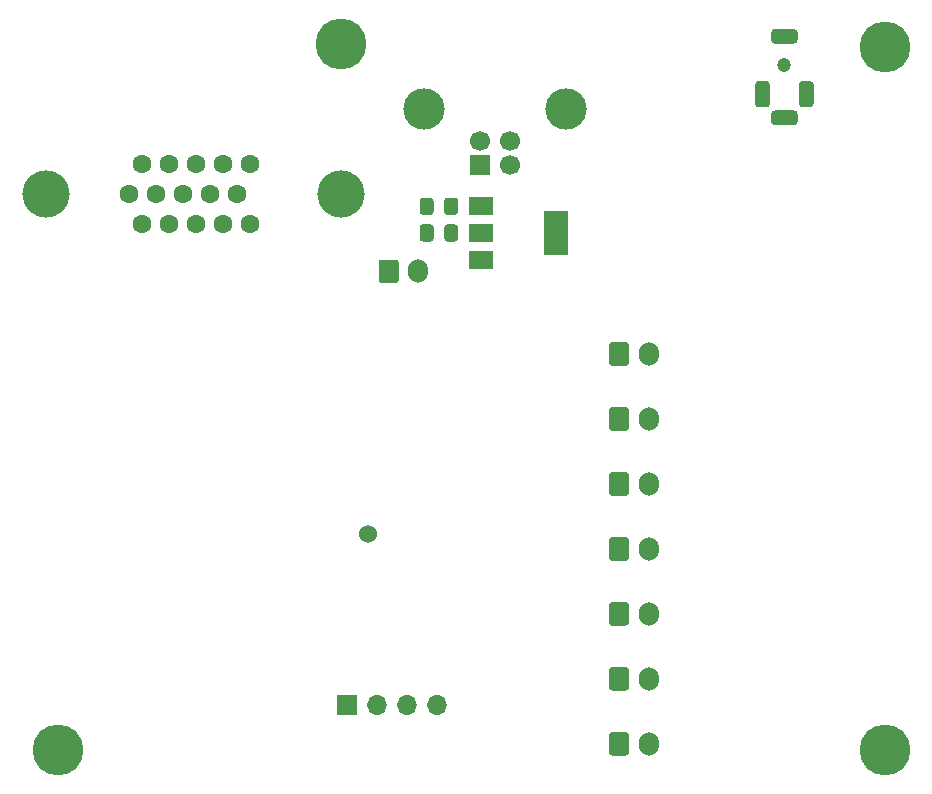
<source format=gbr>
%TF.GenerationSoftware,KiCad,Pcbnew,(5.1.9)-1*%
%TF.CreationDate,2021-08-09T23:15:38-02:30*%
%TF.ProjectId,Electris,456c6563-7472-4697-932e-6b696361645f,A*%
%TF.SameCoordinates,Original*%
%TF.FileFunction,Soldermask,Bot*%
%TF.FilePolarity,Negative*%
%FSLAX46Y46*%
G04 Gerber Fmt 4.6, Leading zero omitted, Abs format (unit mm)*
G04 Created by KiCad (PCBNEW (5.1.9)-1) date 2021-08-09 23:15:38*
%MOMM*%
%LPD*%
G01*
G04 APERTURE LIST*
%ADD10C,4.300000*%
%ADD11R,1.700000X1.700000*%
%ADD12C,1.700000*%
%ADD13C,3.500000*%
%ADD14O,1.700000X1.700000*%
%ADD15C,1.200000*%
%ADD16C,4.000000*%
%ADD17C,1.600000*%
%ADD18O,1.700000X2.000000*%
%ADD19R,2.000000X3.800000*%
%ADD20R,2.000000X1.500000*%
%ADD21C,1.524000*%
G04 APERTURE END LIST*
D10*
%TO.C,REF\u002A\u002A*%
X230000000Y-94000000D03*
%TD*%
%TO.C,REF\u002A\u002A*%
X184000000Y-34250000D03*
%TD*%
%TO.C,REF\u002A\u002A*%
X160000000Y-94000000D03*
%TD*%
%TO.C,REF\u002A\u002A*%
X230000000Y-34500000D03*
%TD*%
%TO.C,C6*%
G36*
G01*
X191800000Y-47525000D02*
X191800000Y-48475000D01*
G75*
G02*
X191550000Y-48725000I-250000J0D01*
G01*
X190875000Y-48725000D01*
G75*
G02*
X190625000Y-48475000I0J250000D01*
G01*
X190625000Y-47525000D01*
G75*
G02*
X190875000Y-47275000I250000J0D01*
G01*
X191550000Y-47275000D01*
G75*
G02*
X191800000Y-47525000I0J-250000D01*
G01*
G37*
G36*
G01*
X193875000Y-47525000D02*
X193875000Y-48475000D01*
G75*
G02*
X193625000Y-48725000I-250000J0D01*
G01*
X192950000Y-48725000D01*
G75*
G02*
X192700000Y-48475000I0J250000D01*
G01*
X192700000Y-47525000D01*
G75*
G02*
X192950000Y-47275000I250000J0D01*
G01*
X193625000Y-47275000D01*
G75*
G02*
X193875000Y-47525000I0J-250000D01*
G01*
G37*
%TD*%
%TO.C,C9*%
G36*
G01*
X193875000Y-49775000D02*
X193875000Y-50725000D01*
G75*
G02*
X193625000Y-50975000I-250000J0D01*
G01*
X192950000Y-50975000D01*
G75*
G02*
X192700000Y-50725000I0J250000D01*
G01*
X192700000Y-49775000D01*
G75*
G02*
X192950000Y-49525000I250000J0D01*
G01*
X193625000Y-49525000D01*
G75*
G02*
X193875000Y-49775000I0J-250000D01*
G01*
G37*
G36*
G01*
X191800000Y-49775000D02*
X191800000Y-50725000D01*
G75*
G02*
X191550000Y-50975000I-250000J0D01*
G01*
X190875000Y-50975000D01*
G75*
G02*
X190625000Y-50725000I0J250000D01*
G01*
X190625000Y-49775000D01*
G75*
G02*
X190875000Y-49525000I250000J0D01*
G01*
X191550000Y-49525000D01*
G75*
G02*
X191800000Y-49775000I0J-250000D01*
G01*
G37*
%TD*%
D11*
%TO.C,J1*%
X195750000Y-44500000D03*
D12*
X198250000Y-44500000D03*
X198250000Y-42500000D03*
X195750000Y-42500000D03*
D13*
X190980000Y-39790000D03*
X203020000Y-39790000D03*
%TD*%
D11*
%TO.C,J3*%
X184500000Y-90250000D03*
D14*
X187040000Y-90250000D03*
X189580000Y-90250000D03*
X192120000Y-90250000D03*
%TD*%
%TO.C,J4*%
G36*
G01*
X220375000Y-33912500D02*
X220375000Y-33287500D01*
G75*
G02*
X220687500Y-32975000I312500J0D01*
G01*
X222312500Y-32975000D01*
G75*
G02*
X222625000Y-33287500I0J-312500D01*
G01*
X222625000Y-33912500D01*
G75*
G02*
X222312500Y-34225000I-312500J0D01*
G01*
X220687500Y-34225000D01*
G75*
G02*
X220375000Y-33912500I0J312500D01*
G01*
G37*
G36*
G01*
X219337500Y-37375000D02*
X219962500Y-37375000D01*
G75*
G02*
X220275000Y-37687500I0J-312500D01*
G01*
X220275000Y-39312500D01*
G75*
G02*
X219962500Y-39625000I-312500J0D01*
G01*
X219337500Y-39625000D01*
G75*
G02*
X219025000Y-39312500I0J312500D01*
G01*
X219025000Y-37687500D01*
G75*
G02*
X219337500Y-37375000I312500J0D01*
G01*
G37*
G36*
G01*
X223037500Y-37375000D02*
X223662500Y-37375000D01*
G75*
G02*
X223975000Y-37687500I0J-312500D01*
G01*
X223975000Y-39312500D01*
G75*
G02*
X223662500Y-39625000I-312500J0D01*
G01*
X223037500Y-39625000D01*
G75*
G02*
X222725000Y-39312500I0J312500D01*
G01*
X222725000Y-37687500D01*
G75*
G02*
X223037500Y-37375000I312500J0D01*
G01*
G37*
G36*
G01*
X220375000Y-40812500D02*
X220375000Y-40187500D01*
G75*
G02*
X220687500Y-39875000I312500J0D01*
G01*
X222312500Y-39875000D01*
G75*
G02*
X222625000Y-40187500I0J-312500D01*
G01*
X222625000Y-40812500D01*
G75*
G02*
X222312500Y-41125000I-312500J0D01*
G01*
X220687500Y-41125000D01*
G75*
G02*
X220375000Y-40812500I0J312500D01*
G01*
G37*
D15*
X221500000Y-36000000D03*
%TD*%
D16*
%TO.C,J5*%
X158972500Y-46960000D03*
X183962500Y-46960000D03*
D17*
X173997500Y-44420000D03*
X171712500Y-44420000D03*
X176282500Y-44420000D03*
X167142500Y-44420000D03*
X169427500Y-44420000D03*
X172855000Y-46960000D03*
X170570000Y-46960000D03*
X175140000Y-46960000D03*
X166000000Y-46960000D03*
X168285000Y-46960000D03*
X167142500Y-49500000D03*
X169427500Y-49500000D03*
X171712500Y-49500000D03*
X173997500Y-49500000D03*
X176282500Y-49500000D03*
%TD*%
D18*
%TO.C,SW1*%
X210000000Y-93500000D03*
G36*
G01*
X206650000Y-94250000D02*
X206650000Y-92750000D01*
G75*
G02*
X206900000Y-92500000I250000J0D01*
G01*
X208100000Y-92500000D01*
G75*
G02*
X208350000Y-92750000I0J-250000D01*
G01*
X208350000Y-94250000D01*
G75*
G02*
X208100000Y-94500000I-250000J0D01*
G01*
X206900000Y-94500000D01*
G75*
G02*
X206650000Y-94250000I0J250000D01*
G01*
G37*
%TD*%
%TO.C,SW2*%
X210000000Y-88000000D03*
G36*
G01*
X206650000Y-88750000D02*
X206650000Y-87250000D01*
G75*
G02*
X206900000Y-87000000I250000J0D01*
G01*
X208100000Y-87000000D01*
G75*
G02*
X208350000Y-87250000I0J-250000D01*
G01*
X208350000Y-88750000D01*
G75*
G02*
X208100000Y-89000000I-250000J0D01*
G01*
X206900000Y-89000000D01*
G75*
G02*
X206650000Y-88750000I0J250000D01*
G01*
G37*
%TD*%
%TO.C,SW3*%
G36*
G01*
X206650000Y-83250000D02*
X206650000Y-81750000D01*
G75*
G02*
X206900000Y-81500000I250000J0D01*
G01*
X208100000Y-81500000D01*
G75*
G02*
X208350000Y-81750000I0J-250000D01*
G01*
X208350000Y-83250000D01*
G75*
G02*
X208100000Y-83500000I-250000J0D01*
G01*
X206900000Y-83500000D01*
G75*
G02*
X206650000Y-83250000I0J250000D01*
G01*
G37*
X210000000Y-82500000D03*
%TD*%
%TO.C,SW4*%
G36*
G01*
X206650000Y-77750000D02*
X206650000Y-76250000D01*
G75*
G02*
X206900000Y-76000000I250000J0D01*
G01*
X208100000Y-76000000D01*
G75*
G02*
X208350000Y-76250000I0J-250000D01*
G01*
X208350000Y-77750000D01*
G75*
G02*
X208100000Y-78000000I-250000J0D01*
G01*
X206900000Y-78000000D01*
G75*
G02*
X206650000Y-77750000I0J250000D01*
G01*
G37*
X210000000Y-77000000D03*
%TD*%
%TO.C,SW5*%
X210000000Y-71500000D03*
G36*
G01*
X206650000Y-72250000D02*
X206650000Y-70750000D01*
G75*
G02*
X206900000Y-70500000I250000J0D01*
G01*
X208100000Y-70500000D01*
G75*
G02*
X208350000Y-70750000I0J-250000D01*
G01*
X208350000Y-72250000D01*
G75*
G02*
X208100000Y-72500000I-250000J0D01*
G01*
X206900000Y-72500000D01*
G75*
G02*
X206650000Y-72250000I0J250000D01*
G01*
G37*
%TD*%
%TO.C,SW6*%
G36*
G01*
X206650000Y-66750000D02*
X206650000Y-65250000D01*
G75*
G02*
X206900000Y-65000000I250000J0D01*
G01*
X208100000Y-65000000D01*
G75*
G02*
X208350000Y-65250000I0J-250000D01*
G01*
X208350000Y-66750000D01*
G75*
G02*
X208100000Y-67000000I-250000J0D01*
G01*
X206900000Y-67000000D01*
G75*
G02*
X206650000Y-66750000I0J250000D01*
G01*
G37*
X210000000Y-66000000D03*
%TD*%
%TO.C,SW7*%
G36*
G01*
X206650000Y-61250000D02*
X206650000Y-59750000D01*
G75*
G02*
X206900000Y-59500000I250000J0D01*
G01*
X208100000Y-59500000D01*
G75*
G02*
X208350000Y-59750000I0J-250000D01*
G01*
X208350000Y-61250000D01*
G75*
G02*
X208100000Y-61500000I-250000J0D01*
G01*
X206900000Y-61500000D01*
G75*
G02*
X206650000Y-61250000I0J250000D01*
G01*
G37*
X210000000Y-60500000D03*
%TD*%
D19*
%TO.C,U1*%
X202150000Y-50250000D03*
D20*
X195850000Y-50250000D03*
X195850000Y-47950000D03*
X195850000Y-52550000D03*
%TD*%
D21*
%TO.C,U2*%
X186250000Y-75750000D03*
%TD*%
%TO.C,J6*%
G36*
G01*
X187150000Y-54250000D02*
X187150000Y-52750000D01*
G75*
G02*
X187400000Y-52500000I250000J0D01*
G01*
X188600000Y-52500000D01*
G75*
G02*
X188850000Y-52750000I0J-250000D01*
G01*
X188850000Y-54250000D01*
G75*
G02*
X188600000Y-54500000I-250000J0D01*
G01*
X187400000Y-54500000D01*
G75*
G02*
X187150000Y-54250000I0J250000D01*
G01*
G37*
D18*
X190500000Y-53500000D03*
%TD*%
M02*

</source>
